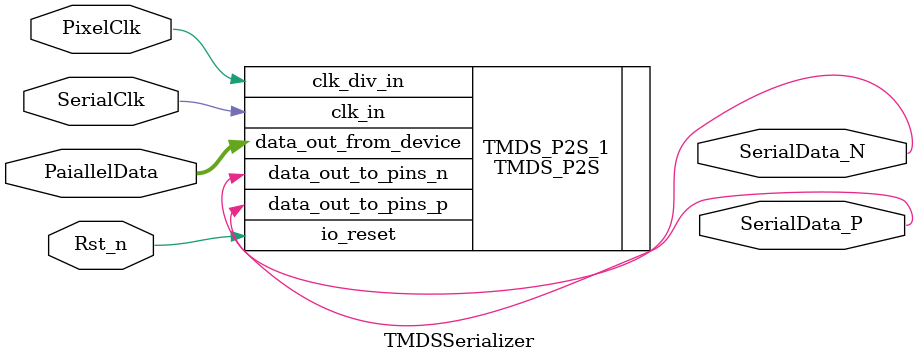
<source format=v>
`timescale 1ns / 1ps


module TMDSSerializer(
    input PixelClk,
    input SerialClk,
    input Rst_n,
    input [9:0]PaiallelData,

    output SerialData_N,
    output SerialData_P
    );

TMDS_P2S TMDS_P2S_1(
    .clk_in(SerialClk),
    .clk_div_in(PixelClk),
    .data_out_from_device(PaiallelData),
    .io_reset(Rst_n),
    
    .data_out_to_pins_p(SerialData_P),
    .data_out_to_pins_n(SerialData_N)
);

endmodule

</source>
